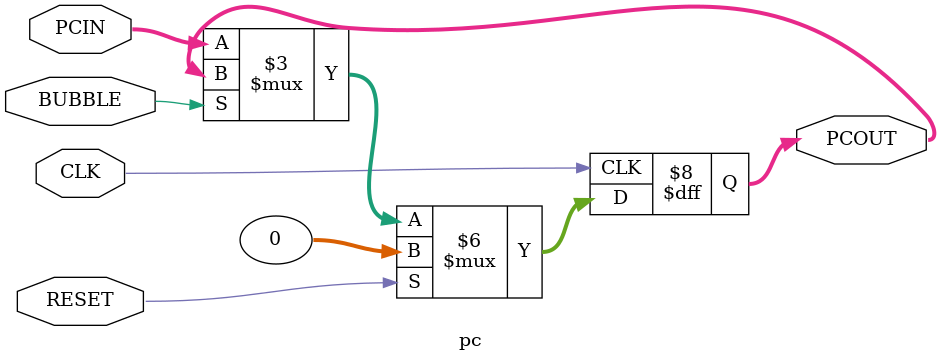
<source format=v>
module pc (PCIN,RESET,CLK,PCOUT ,BUBBLE);
    input [31:0] PCIN;
    input RESET,CLK,BUBBLE;
    output reg [31:0] PCOUT;

    always @(posedge CLK)
    begin
        if(RESET)
        begin
            #2
            PCOUT <= 0;
        end
        else if(!BUBBLE)begin
            #2
            PCOUT <= PCIN;
        end
    end
endmodule
</source>
